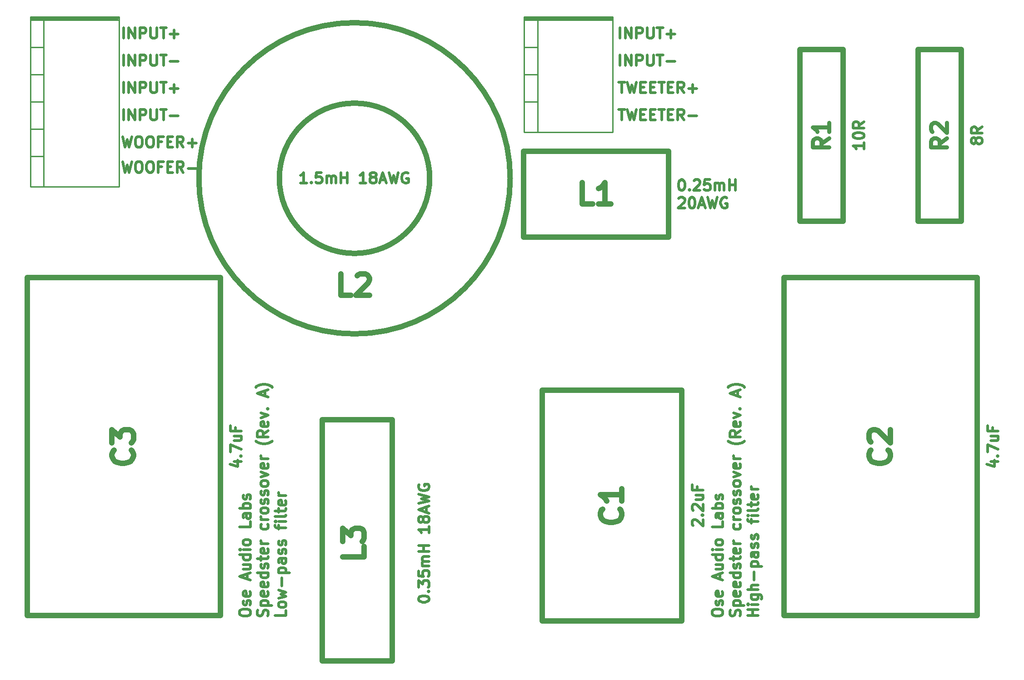
<source format=gto>
G04 #@! TF.FileFunction,Legend,Top*
%FSLAX46Y46*%
G04 Gerber Fmt 4.6, Leading zero omitted, Abs format (unit mm)*
G04 Created by KiCad (PCBNEW 4.0.0-stable) date Monday, December 28, 2015 'PMt' 03:33:22 PM*
%MOMM*%
G01*
G04 APERTURE LIST*
%ADD10C,0.100000*%
%ADD11C,0.500000*%
%ADD12C,1.000000*%
%ADD13C,0.250000*%
%ADD14C,0.150000*%
%ADD15C,0.750000*%
G04 APERTURE END LIST*
D10*
D11*
X172604762Y-144142857D02*
X172604762Y-143761905D01*
X172700000Y-143571429D01*
X172890476Y-143380952D01*
X173271429Y-143285714D01*
X173938095Y-143285714D01*
X174319048Y-143380952D01*
X174509524Y-143571429D01*
X174604762Y-143761905D01*
X174604762Y-144142857D01*
X174509524Y-144333333D01*
X174319048Y-144523810D01*
X173938095Y-144619048D01*
X173271429Y-144619048D01*
X172890476Y-144523810D01*
X172700000Y-144333333D01*
X172604762Y-144142857D01*
X174509524Y-142523810D02*
X174604762Y-142333333D01*
X174604762Y-141952381D01*
X174509524Y-141761905D01*
X174319048Y-141666667D01*
X174223810Y-141666667D01*
X174033333Y-141761905D01*
X173938095Y-141952381D01*
X173938095Y-142238095D01*
X173842857Y-142428572D01*
X173652381Y-142523810D01*
X173557143Y-142523810D01*
X173366667Y-142428572D01*
X173271429Y-142238095D01*
X173271429Y-141952381D01*
X173366667Y-141761905D01*
X174509524Y-140047619D02*
X174604762Y-140238095D01*
X174604762Y-140619047D01*
X174509524Y-140809524D01*
X174319048Y-140904762D01*
X173557143Y-140904762D01*
X173366667Y-140809524D01*
X173271429Y-140619047D01*
X173271429Y-140238095D01*
X173366667Y-140047619D01*
X173557143Y-139952381D01*
X173747619Y-139952381D01*
X173938095Y-140904762D01*
X174033333Y-137666666D02*
X174033333Y-136714285D01*
X174604762Y-137857142D02*
X172604762Y-137190475D01*
X174604762Y-136523808D01*
X173271429Y-134999999D02*
X174604762Y-134999999D01*
X173271429Y-135857142D02*
X174319048Y-135857142D01*
X174509524Y-135761903D01*
X174604762Y-135571427D01*
X174604762Y-135285713D01*
X174509524Y-135095237D01*
X174414286Y-134999999D01*
X174604762Y-133190475D02*
X172604762Y-133190475D01*
X174509524Y-133190475D02*
X174604762Y-133380951D01*
X174604762Y-133761903D01*
X174509524Y-133952379D01*
X174414286Y-134047618D01*
X174223810Y-134142856D01*
X173652381Y-134142856D01*
X173461905Y-134047618D01*
X173366667Y-133952379D01*
X173271429Y-133761903D01*
X173271429Y-133380951D01*
X173366667Y-133190475D01*
X174604762Y-132238094D02*
X173271429Y-132238094D01*
X172604762Y-132238094D02*
X172700000Y-132333332D01*
X172795238Y-132238094D01*
X172700000Y-132142855D01*
X172604762Y-132238094D01*
X172795238Y-132238094D01*
X174604762Y-130999998D02*
X174509524Y-131190474D01*
X174414286Y-131285713D01*
X174223810Y-131380951D01*
X173652381Y-131380951D01*
X173461905Y-131285713D01*
X173366667Y-131190474D01*
X173271429Y-130999998D01*
X173271429Y-130714284D01*
X173366667Y-130523808D01*
X173461905Y-130428570D01*
X173652381Y-130333332D01*
X174223810Y-130333332D01*
X174414286Y-130428570D01*
X174509524Y-130523808D01*
X174604762Y-130714284D01*
X174604762Y-130999998D01*
X174604762Y-126999998D02*
X174604762Y-127952379D01*
X172604762Y-127952379D01*
X174604762Y-125476188D02*
X173557143Y-125476188D01*
X173366667Y-125571426D01*
X173271429Y-125761902D01*
X173271429Y-126142854D01*
X173366667Y-126333331D01*
X174509524Y-125476188D02*
X174604762Y-125666664D01*
X174604762Y-126142854D01*
X174509524Y-126333331D01*
X174319048Y-126428569D01*
X174128571Y-126428569D01*
X173938095Y-126333331D01*
X173842857Y-126142854D01*
X173842857Y-125666664D01*
X173747619Y-125476188D01*
X174604762Y-124523807D02*
X172604762Y-124523807D01*
X173366667Y-124523807D02*
X173271429Y-124333330D01*
X173271429Y-123952378D01*
X173366667Y-123761902D01*
X173461905Y-123666664D01*
X173652381Y-123571426D01*
X174223810Y-123571426D01*
X174414286Y-123666664D01*
X174509524Y-123761902D01*
X174604762Y-123952378D01*
X174604762Y-124333330D01*
X174509524Y-124523807D01*
X174509524Y-122809521D02*
X174604762Y-122619044D01*
X174604762Y-122238092D01*
X174509524Y-122047616D01*
X174319048Y-121952378D01*
X174223810Y-121952378D01*
X174033333Y-122047616D01*
X173938095Y-122238092D01*
X173938095Y-122523806D01*
X173842857Y-122714283D01*
X173652381Y-122809521D01*
X173557143Y-122809521D01*
X173366667Y-122714283D01*
X173271429Y-122523806D01*
X173271429Y-122238092D01*
X173366667Y-122047616D01*
X177809524Y-144619048D02*
X177904762Y-144333333D01*
X177904762Y-143857143D01*
X177809524Y-143666667D01*
X177714286Y-143571429D01*
X177523810Y-143476190D01*
X177333333Y-143476190D01*
X177142857Y-143571429D01*
X177047619Y-143666667D01*
X176952381Y-143857143D01*
X176857143Y-144238095D01*
X176761905Y-144428571D01*
X176666667Y-144523810D01*
X176476190Y-144619048D01*
X176285714Y-144619048D01*
X176095238Y-144523810D01*
X176000000Y-144428571D01*
X175904762Y-144238095D01*
X175904762Y-143761905D01*
X176000000Y-143476190D01*
X176571429Y-142619048D02*
X178571429Y-142619048D01*
X176666667Y-142619048D02*
X176571429Y-142428571D01*
X176571429Y-142047619D01*
X176666667Y-141857143D01*
X176761905Y-141761905D01*
X176952381Y-141666667D01*
X177523810Y-141666667D01*
X177714286Y-141761905D01*
X177809524Y-141857143D01*
X177904762Y-142047619D01*
X177904762Y-142428571D01*
X177809524Y-142619048D01*
X177809524Y-140047619D02*
X177904762Y-140238095D01*
X177904762Y-140619047D01*
X177809524Y-140809524D01*
X177619048Y-140904762D01*
X176857143Y-140904762D01*
X176666667Y-140809524D01*
X176571429Y-140619047D01*
X176571429Y-140238095D01*
X176666667Y-140047619D01*
X176857143Y-139952381D01*
X177047619Y-139952381D01*
X177238095Y-140904762D01*
X177809524Y-138333333D02*
X177904762Y-138523809D01*
X177904762Y-138904761D01*
X177809524Y-139095238D01*
X177619048Y-139190476D01*
X176857143Y-139190476D01*
X176666667Y-139095238D01*
X176571429Y-138904761D01*
X176571429Y-138523809D01*
X176666667Y-138333333D01*
X176857143Y-138238095D01*
X177047619Y-138238095D01*
X177238095Y-139190476D01*
X177904762Y-136523809D02*
X175904762Y-136523809D01*
X177809524Y-136523809D02*
X177904762Y-136714285D01*
X177904762Y-137095237D01*
X177809524Y-137285713D01*
X177714286Y-137380952D01*
X177523810Y-137476190D01*
X176952381Y-137476190D01*
X176761905Y-137380952D01*
X176666667Y-137285713D01*
X176571429Y-137095237D01*
X176571429Y-136714285D01*
X176666667Y-136523809D01*
X177809524Y-135666666D02*
X177904762Y-135476189D01*
X177904762Y-135095237D01*
X177809524Y-134904761D01*
X177619048Y-134809523D01*
X177523810Y-134809523D01*
X177333333Y-134904761D01*
X177238095Y-135095237D01*
X177238095Y-135380951D01*
X177142857Y-135571428D01*
X176952381Y-135666666D01*
X176857143Y-135666666D01*
X176666667Y-135571428D01*
X176571429Y-135380951D01*
X176571429Y-135095237D01*
X176666667Y-134904761D01*
X176571429Y-134238094D02*
X176571429Y-133476189D01*
X175904762Y-133952380D02*
X177619048Y-133952380D01*
X177809524Y-133857141D01*
X177904762Y-133666665D01*
X177904762Y-133476189D01*
X177809524Y-132047618D02*
X177904762Y-132238094D01*
X177904762Y-132619046D01*
X177809524Y-132809523D01*
X177619048Y-132904761D01*
X176857143Y-132904761D01*
X176666667Y-132809523D01*
X176571429Y-132619046D01*
X176571429Y-132238094D01*
X176666667Y-132047618D01*
X176857143Y-131952380D01*
X177047619Y-131952380D01*
X177238095Y-132904761D01*
X177904762Y-131095237D02*
X176571429Y-131095237D01*
X176952381Y-131095237D02*
X176761905Y-130999998D01*
X176666667Y-130904760D01*
X176571429Y-130714284D01*
X176571429Y-130523808D01*
X177809524Y-127476189D02*
X177904762Y-127666665D01*
X177904762Y-128047617D01*
X177809524Y-128238093D01*
X177714286Y-128333332D01*
X177523810Y-128428570D01*
X176952381Y-128428570D01*
X176761905Y-128333332D01*
X176666667Y-128238093D01*
X176571429Y-128047617D01*
X176571429Y-127666665D01*
X176666667Y-127476189D01*
X177904762Y-126619046D02*
X176571429Y-126619046D01*
X176952381Y-126619046D02*
X176761905Y-126523807D01*
X176666667Y-126428569D01*
X176571429Y-126238093D01*
X176571429Y-126047617D01*
X177904762Y-125095236D02*
X177809524Y-125285712D01*
X177714286Y-125380951D01*
X177523810Y-125476189D01*
X176952381Y-125476189D01*
X176761905Y-125380951D01*
X176666667Y-125285712D01*
X176571429Y-125095236D01*
X176571429Y-124809522D01*
X176666667Y-124619046D01*
X176761905Y-124523808D01*
X176952381Y-124428570D01*
X177523810Y-124428570D01*
X177714286Y-124523808D01*
X177809524Y-124619046D01*
X177904762Y-124809522D01*
X177904762Y-125095236D01*
X177809524Y-123666665D02*
X177904762Y-123476188D01*
X177904762Y-123095236D01*
X177809524Y-122904760D01*
X177619048Y-122809522D01*
X177523810Y-122809522D01*
X177333333Y-122904760D01*
X177238095Y-123095236D01*
X177238095Y-123380950D01*
X177142857Y-123571427D01*
X176952381Y-123666665D01*
X176857143Y-123666665D01*
X176666667Y-123571427D01*
X176571429Y-123380950D01*
X176571429Y-123095236D01*
X176666667Y-122904760D01*
X177809524Y-122047617D02*
X177904762Y-121857140D01*
X177904762Y-121476188D01*
X177809524Y-121285712D01*
X177619048Y-121190474D01*
X177523810Y-121190474D01*
X177333333Y-121285712D01*
X177238095Y-121476188D01*
X177238095Y-121761902D01*
X177142857Y-121952379D01*
X176952381Y-122047617D01*
X176857143Y-122047617D01*
X176666667Y-121952379D01*
X176571429Y-121761902D01*
X176571429Y-121476188D01*
X176666667Y-121285712D01*
X177904762Y-120047616D02*
X177809524Y-120238092D01*
X177714286Y-120333331D01*
X177523810Y-120428569D01*
X176952381Y-120428569D01*
X176761905Y-120333331D01*
X176666667Y-120238092D01*
X176571429Y-120047616D01*
X176571429Y-119761902D01*
X176666667Y-119571426D01*
X176761905Y-119476188D01*
X176952381Y-119380950D01*
X177523810Y-119380950D01*
X177714286Y-119476188D01*
X177809524Y-119571426D01*
X177904762Y-119761902D01*
X177904762Y-120047616D01*
X176571429Y-118714283D02*
X177904762Y-118238092D01*
X176571429Y-117761902D01*
X177809524Y-116238092D02*
X177904762Y-116428568D01*
X177904762Y-116809520D01*
X177809524Y-116999997D01*
X177619048Y-117095235D01*
X176857143Y-117095235D01*
X176666667Y-116999997D01*
X176571429Y-116809520D01*
X176571429Y-116428568D01*
X176666667Y-116238092D01*
X176857143Y-116142854D01*
X177047619Y-116142854D01*
X177238095Y-117095235D01*
X177904762Y-115285711D02*
X176571429Y-115285711D01*
X176952381Y-115285711D02*
X176761905Y-115190472D01*
X176666667Y-115095234D01*
X176571429Y-114904758D01*
X176571429Y-114714282D01*
X178666667Y-111952377D02*
X178571429Y-112047615D01*
X178285714Y-112238091D01*
X178095238Y-112333329D01*
X177809524Y-112428567D01*
X177333333Y-112523806D01*
X176952381Y-112523806D01*
X176476190Y-112428567D01*
X176190476Y-112333329D01*
X176000000Y-112238091D01*
X175714286Y-112047615D01*
X175619048Y-111952377D01*
X177904762Y-110047615D02*
X176952381Y-110714282D01*
X177904762Y-111190473D02*
X175904762Y-111190473D01*
X175904762Y-110428568D01*
X176000000Y-110238092D01*
X176095238Y-110142853D01*
X176285714Y-110047615D01*
X176571429Y-110047615D01*
X176761905Y-110142853D01*
X176857143Y-110238092D01*
X176952381Y-110428568D01*
X176952381Y-111190473D01*
X177809524Y-108428568D02*
X177904762Y-108619044D01*
X177904762Y-108999996D01*
X177809524Y-109190473D01*
X177619048Y-109285711D01*
X176857143Y-109285711D01*
X176666667Y-109190473D01*
X176571429Y-108999996D01*
X176571429Y-108619044D01*
X176666667Y-108428568D01*
X176857143Y-108333330D01*
X177047619Y-108333330D01*
X177238095Y-109285711D01*
X176571429Y-107666663D02*
X177904762Y-107190472D01*
X176571429Y-106714282D01*
X177714286Y-105952377D02*
X177809524Y-105857138D01*
X177904762Y-105952377D01*
X177809524Y-106047615D01*
X177714286Y-105952377D01*
X177904762Y-105952377D01*
X177333333Y-103571424D02*
X177333333Y-102619043D01*
X177904762Y-103761900D02*
X175904762Y-103095233D01*
X177904762Y-102428566D01*
X178666667Y-101952376D02*
X178571429Y-101857138D01*
X178285714Y-101666661D01*
X178095238Y-101571423D01*
X177809524Y-101476185D01*
X177333333Y-101380947D01*
X176952381Y-101380947D01*
X176476190Y-101476185D01*
X176190476Y-101571423D01*
X176000000Y-101666661D01*
X175714286Y-101857138D01*
X175619048Y-101952376D01*
X181204762Y-144523810D02*
X179204762Y-144523810D01*
X180157143Y-144523810D02*
X180157143Y-143380952D01*
X181204762Y-143380952D02*
X179204762Y-143380952D01*
X181204762Y-142428572D02*
X179871429Y-142428572D01*
X179204762Y-142428572D02*
X179300000Y-142523810D01*
X179395238Y-142428572D01*
X179300000Y-142333333D01*
X179204762Y-142428572D01*
X179395238Y-142428572D01*
X179871429Y-140619048D02*
X181490476Y-140619048D01*
X181680952Y-140714286D01*
X181776190Y-140809524D01*
X181871429Y-141000000D01*
X181871429Y-141285714D01*
X181776190Y-141476191D01*
X181109524Y-140619048D02*
X181204762Y-140809524D01*
X181204762Y-141190476D01*
X181109524Y-141380952D01*
X181014286Y-141476191D01*
X180823810Y-141571429D01*
X180252381Y-141571429D01*
X180061905Y-141476191D01*
X179966667Y-141380952D01*
X179871429Y-141190476D01*
X179871429Y-140809524D01*
X179966667Y-140619048D01*
X181204762Y-139666667D02*
X179204762Y-139666667D01*
X181204762Y-138809524D02*
X180157143Y-138809524D01*
X179966667Y-138904762D01*
X179871429Y-139095238D01*
X179871429Y-139380952D01*
X179966667Y-139571428D01*
X180061905Y-139666667D01*
X180442857Y-137857143D02*
X180442857Y-136333333D01*
X179871429Y-135380953D02*
X181871429Y-135380953D01*
X179966667Y-135380953D02*
X179871429Y-135190476D01*
X179871429Y-134809524D01*
X179966667Y-134619048D01*
X180061905Y-134523810D01*
X180252381Y-134428572D01*
X180823810Y-134428572D01*
X181014286Y-134523810D01*
X181109524Y-134619048D01*
X181204762Y-134809524D01*
X181204762Y-135190476D01*
X181109524Y-135380953D01*
X181204762Y-132714286D02*
X180157143Y-132714286D01*
X179966667Y-132809524D01*
X179871429Y-133000000D01*
X179871429Y-133380952D01*
X179966667Y-133571429D01*
X181109524Y-132714286D02*
X181204762Y-132904762D01*
X181204762Y-133380952D01*
X181109524Y-133571429D01*
X180919048Y-133666667D01*
X180728571Y-133666667D01*
X180538095Y-133571429D01*
X180442857Y-133380952D01*
X180442857Y-132904762D01*
X180347619Y-132714286D01*
X181109524Y-131857143D02*
X181204762Y-131666666D01*
X181204762Y-131285714D01*
X181109524Y-131095238D01*
X180919048Y-131000000D01*
X180823810Y-131000000D01*
X180633333Y-131095238D01*
X180538095Y-131285714D01*
X180538095Y-131571428D01*
X180442857Y-131761905D01*
X180252381Y-131857143D01*
X180157143Y-131857143D01*
X179966667Y-131761905D01*
X179871429Y-131571428D01*
X179871429Y-131285714D01*
X179966667Y-131095238D01*
X181109524Y-130238095D02*
X181204762Y-130047618D01*
X181204762Y-129666666D01*
X181109524Y-129476190D01*
X180919048Y-129380952D01*
X180823810Y-129380952D01*
X180633333Y-129476190D01*
X180538095Y-129666666D01*
X180538095Y-129952380D01*
X180442857Y-130142857D01*
X180252381Y-130238095D01*
X180157143Y-130238095D01*
X179966667Y-130142857D01*
X179871429Y-129952380D01*
X179871429Y-129666666D01*
X179966667Y-129476190D01*
X179871429Y-127285713D02*
X179871429Y-126523808D01*
X181204762Y-126999999D02*
X179490476Y-126999999D01*
X179300000Y-126904760D01*
X179204762Y-126714284D01*
X179204762Y-126523808D01*
X181204762Y-125857142D02*
X179871429Y-125857142D01*
X179204762Y-125857142D02*
X179300000Y-125952380D01*
X179395238Y-125857142D01*
X179300000Y-125761903D01*
X179204762Y-125857142D01*
X179395238Y-125857142D01*
X181204762Y-124619046D02*
X181109524Y-124809522D01*
X180919048Y-124904761D01*
X179204762Y-124904761D01*
X179871429Y-124142856D02*
X179871429Y-123380951D01*
X179204762Y-123857142D02*
X180919048Y-123857142D01*
X181109524Y-123761903D01*
X181204762Y-123571427D01*
X181204762Y-123380951D01*
X181109524Y-121952380D02*
X181204762Y-122142856D01*
X181204762Y-122523808D01*
X181109524Y-122714285D01*
X180919048Y-122809523D01*
X180157143Y-122809523D01*
X179966667Y-122714285D01*
X179871429Y-122523808D01*
X179871429Y-122142856D01*
X179966667Y-121952380D01*
X180157143Y-121857142D01*
X180347619Y-121857142D01*
X180538095Y-122809523D01*
X181204762Y-120999999D02*
X179871429Y-120999999D01*
X180252381Y-120999999D02*
X180061905Y-120904760D01*
X179966667Y-120809522D01*
X179871429Y-120619046D01*
X179871429Y-120428570D01*
X84604762Y-144142857D02*
X84604762Y-143761905D01*
X84700000Y-143571429D01*
X84890476Y-143380952D01*
X85271429Y-143285714D01*
X85938095Y-143285714D01*
X86319048Y-143380952D01*
X86509524Y-143571429D01*
X86604762Y-143761905D01*
X86604762Y-144142857D01*
X86509524Y-144333333D01*
X86319048Y-144523810D01*
X85938095Y-144619048D01*
X85271429Y-144619048D01*
X84890476Y-144523810D01*
X84700000Y-144333333D01*
X84604762Y-144142857D01*
X86509524Y-142523810D02*
X86604762Y-142333333D01*
X86604762Y-141952381D01*
X86509524Y-141761905D01*
X86319048Y-141666667D01*
X86223810Y-141666667D01*
X86033333Y-141761905D01*
X85938095Y-141952381D01*
X85938095Y-142238095D01*
X85842857Y-142428572D01*
X85652381Y-142523810D01*
X85557143Y-142523810D01*
X85366667Y-142428572D01*
X85271429Y-142238095D01*
X85271429Y-141952381D01*
X85366667Y-141761905D01*
X86509524Y-140047619D02*
X86604762Y-140238095D01*
X86604762Y-140619047D01*
X86509524Y-140809524D01*
X86319048Y-140904762D01*
X85557143Y-140904762D01*
X85366667Y-140809524D01*
X85271429Y-140619047D01*
X85271429Y-140238095D01*
X85366667Y-140047619D01*
X85557143Y-139952381D01*
X85747619Y-139952381D01*
X85938095Y-140904762D01*
X86033333Y-137666666D02*
X86033333Y-136714285D01*
X86604762Y-137857142D02*
X84604762Y-137190475D01*
X86604762Y-136523808D01*
X85271429Y-134999999D02*
X86604762Y-134999999D01*
X85271429Y-135857142D02*
X86319048Y-135857142D01*
X86509524Y-135761903D01*
X86604762Y-135571427D01*
X86604762Y-135285713D01*
X86509524Y-135095237D01*
X86414286Y-134999999D01*
X86604762Y-133190475D02*
X84604762Y-133190475D01*
X86509524Y-133190475D02*
X86604762Y-133380951D01*
X86604762Y-133761903D01*
X86509524Y-133952379D01*
X86414286Y-134047618D01*
X86223810Y-134142856D01*
X85652381Y-134142856D01*
X85461905Y-134047618D01*
X85366667Y-133952379D01*
X85271429Y-133761903D01*
X85271429Y-133380951D01*
X85366667Y-133190475D01*
X86604762Y-132238094D02*
X85271429Y-132238094D01*
X84604762Y-132238094D02*
X84700000Y-132333332D01*
X84795238Y-132238094D01*
X84700000Y-132142855D01*
X84604762Y-132238094D01*
X84795238Y-132238094D01*
X86604762Y-130999998D02*
X86509524Y-131190474D01*
X86414286Y-131285713D01*
X86223810Y-131380951D01*
X85652381Y-131380951D01*
X85461905Y-131285713D01*
X85366667Y-131190474D01*
X85271429Y-130999998D01*
X85271429Y-130714284D01*
X85366667Y-130523808D01*
X85461905Y-130428570D01*
X85652381Y-130333332D01*
X86223810Y-130333332D01*
X86414286Y-130428570D01*
X86509524Y-130523808D01*
X86604762Y-130714284D01*
X86604762Y-130999998D01*
X86604762Y-126999998D02*
X86604762Y-127952379D01*
X84604762Y-127952379D01*
X86604762Y-125476188D02*
X85557143Y-125476188D01*
X85366667Y-125571426D01*
X85271429Y-125761902D01*
X85271429Y-126142854D01*
X85366667Y-126333331D01*
X86509524Y-125476188D02*
X86604762Y-125666664D01*
X86604762Y-126142854D01*
X86509524Y-126333331D01*
X86319048Y-126428569D01*
X86128571Y-126428569D01*
X85938095Y-126333331D01*
X85842857Y-126142854D01*
X85842857Y-125666664D01*
X85747619Y-125476188D01*
X86604762Y-124523807D02*
X84604762Y-124523807D01*
X85366667Y-124523807D02*
X85271429Y-124333330D01*
X85271429Y-123952378D01*
X85366667Y-123761902D01*
X85461905Y-123666664D01*
X85652381Y-123571426D01*
X86223810Y-123571426D01*
X86414286Y-123666664D01*
X86509524Y-123761902D01*
X86604762Y-123952378D01*
X86604762Y-124333330D01*
X86509524Y-124523807D01*
X86509524Y-122809521D02*
X86604762Y-122619044D01*
X86604762Y-122238092D01*
X86509524Y-122047616D01*
X86319048Y-121952378D01*
X86223810Y-121952378D01*
X86033333Y-122047616D01*
X85938095Y-122238092D01*
X85938095Y-122523806D01*
X85842857Y-122714283D01*
X85652381Y-122809521D01*
X85557143Y-122809521D01*
X85366667Y-122714283D01*
X85271429Y-122523806D01*
X85271429Y-122238092D01*
X85366667Y-122047616D01*
X89809524Y-144619048D02*
X89904762Y-144333333D01*
X89904762Y-143857143D01*
X89809524Y-143666667D01*
X89714286Y-143571429D01*
X89523810Y-143476190D01*
X89333333Y-143476190D01*
X89142857Y-143571429D01*
X89047619Y-143666667D01*
X88952381Y-143857143D01*
X88857143Y-144238095D01*
X88761905Y-144428571D01*
X88666667Y-144523810D01*
X88476190Y-144619048D01*
X88285714Y-144619048D01*
X88095238Y-144523810D01*
X88000000Y-144428571D01*
X87904762Y-144238095D01*
X87904762Y-143761905D01*
X88000000Y-143476190D01*
X88571429Y-142619048D02*
X90571429Y-142619048D01*
X88666667Y-142619048D02*
X88571429Y-142428571D01*
X88571429Y-142047619D01*
X88666667Y-141857143D01*
X88761905Y-141761905D01*
X88952381Y-141666667D01*
X89523810Y-141666667D01*
X89714286Y-141761905D01*
X89809524Y-141857143D01*
X89904762Y-142047619D01*
X89904762Y-142428571D01*
X89809524Y-142619048D01*
X89809524Y-140047619D02*
X89904762Y-140238095D01*
X89904762Y-140619047D01*
X89809524Y-140809524D01*
X89619048Y-140904762D01*
X88857143Y-140904762D01*
X88666667Y-140809524D01*
X88571429Y-140619047D01*
X88571429Y-140238095D01*
X88666667Y-140047619D01*
X88857143Y-139952381D01*
X89047619Y-139952381D01*
X89238095Y-140904762D01*
X89809524Y-138333333D02*
X89904762Y-138523809D01*
X89904762Y-138904761D01*
X89809524Y-139095238D01*
X89619048Y-139190476D01*
X88857143Y-139190476D01*
X88666667Y-139095238D01*
X88571429Y-138904761D01*
X88571429Y-138523809D01*
X88666667Y-138333333D01*
X88857143Y-138238095D01*
X89047619Y-138238095D01*
X89238095Y-139190476D01*
X89904762Y-136523809D02*
X87904762Y-136523809D01*
X89809524Y-136523809D02*
X89904762Y-136714285D01*
X89904762Y-137095237D01*
X89809524Y-137285713D01*
X89714286Y-137380952D01*
X89523810Y-137476190D01*
X88952381Y-137476190D01*
X88761905Y-137380952D01*
X88666667Y-137285713D01*
X88571429Y-137095237D01*
X88571429Y-136714285D01*
X88666667Y-136523809D01*
X89809524Y-135666666D02*
X89904762Y-135476189D01*
X89904762Y-135095237D01*
X89809524Y-134904761D01*
X89619048Y-134809523D01*
X89523810Y-134809523D01*
X89333333Y-134904761D01*
X89238095Y-135095237D01*
X89238095Y-135380951D01*
X89142857Y-135571428D01*
X88952381Y-135666666D01*
X88857143Y-135666666D01*
X88666667Y-135571428D01*
X88571429Y-135380951D01*
X88571429Y-135095237D01*
X88666667Y-134904761D01*
X88571429Y-134238094D02*
X88571429Y-133476189D01*
X87904762Y-133952380D02*
X89619048Y-133952380D01*
X89809524Y-133857141D01*
X89904762Y-133666665D01*
X89904762Y-133476189D01*
X89809524Y-132047618D02*
X89904762Y-132238094D01*
X89904762Y-132619046D01*
X89809524Y-132809523D01*
X89619048Y-132904761D01*
X88857143Y-132904761D01*
X88666667Y-132809523D01*
X88571429Y-132619046D01*
X88571429Y-132238094D01*
X88666667Y-132047618D01*
X88857143Y-131952380D01*
X89047619Y-131952380D01*
X89238095Y-132904761D01*
X89904762Y-131095237D02*
X88571429Y-131095237D01*
X88952381Y-131095237D02*
X88761905Y-130999998D01*
X88666667Y-130904760D01*
X88571429Y-130714284D01*
X88571429Y-130523808D01*
X89809524Y-127476189D02*
X89904762Y-127666665D01*
X89904762Y-128047617D01*
X89809524Y-128238093D01*
X89714286Y-128333332D01*
X89523810Y-128428570D01*
X88952381Y-128428570D01*
X88761905Y-128333332D01*
X88666667Y-128238093D01*
X88571429Y-128047617D01*
X88571429Y-127666665D01*
X88666667Y-127476189D01*
X89904762Y-126619046D02*
X88571429Y-126619046D01*
X88952381Y-126619046D02*
X88761905Y-126523807D01*
X88666667Y-126428569D01*
X88571429Y-126238093D01*
X88571429Y-126047617D01*
X89904762Y-125095236D02*
X89809524Y-125285712D01*
X89714286Y-125380951D01*
X89523810Y-125476189D01*
X88952381Y-125476189D01*
X88761905Y-125380951D01*
X88666667Y-125285712D01*
X88571429Y-125095236D01*
X88571429Y-124809522D01*
X88666667Y-124619046D01*
X88761905Y-124523808D01*
X88952381Y-124428570D01*
X89523810Y-124428570D01*
X89714286Y-124523808D01*
X89809524Y-124619046D01*
X89904762Y-124809522D01*
X89904762Y-125095236D01*
X89809524Y-123666665D02*
X89904762Y-123476188D01*
X89904762Y-123095236D01*
X89809524Y-122904760D01*
X89619048Y-122809522D01*
X89523810Y-122809522D01*
X89333333Y-122904760D01*
X89238095Y-123095236D01*
X89238095Y-123380950D01*
X89142857Y-123571427D01*
X88952381Y-123666665D01*
X88857143Y-123666665D01*
X88666667Y-123571427D01*
X88571429Y-123380950D01*
X88571429Y-123095236D01*
X88666667Y-122904760D01*
X89809524Y-122047617D02*
X89904762Y-121857140D01*
X89904762Y-121476188D01*
X89809524Y-121285712D01*
X89619048Y-121190474D01*
X89523810Y-121190474D01*
X89333333Y-121285712D01*
X89238095Y-121476188D01*
X89238095Y-121761902D01*
X89142857Y-121952379D01*
X88952381Y-122047617D01*
X88857143Y-122047617D01*
X88666667Y-121952379D01*
X88571429Y-121761902D01*
X88571429Y-121476188D01*
X88666667Y-121285712D01*
X89904762Y-120047616D02*
X89809524Y-120238092D01*
X89714286Y-120333331D01*
X89523810Y-120428569D01*
X88952381Y-120428569D01*
X88761905Y-120333331D01*
X88666667Y-120238092D01*
X88571429Y-120047616D01*
X88571429Y-119761902D01*
X88666667Y-119571426D01*
X88761905Y-119476188D01*
X88952381Y-119380950D01*
X89523810Y-119380950D01*
X89714286Y-119476188D01*
X89809524Y-119571426D01*
X89904762Y-119761902D01*
X89904762Y-120047616D01*
X88571429Y-118714283D02*
X89904762Y-118238092D01*
X88571429Y-117761902D01*
X89809524Y-116238092D02*
X89904762Y-116428568D01*
X89904762Y-116809520D01*
X89809524Y-116999997D01*
X89619048Y-117095235D01*
X88857143Y-117095235D01*
X88666667Y-116999997D01*
X88571429Y-116809520D01*
X88571429Y-116428568D01*
X88666667Y-116238092D01*
X88857143Y-116142854D01*
X89047619Y-116142854D01*
X89238095Y-117095235D01*
X89904762Y-115285711D02*
X88571429Y-115285711D01*
X88952381Y-115285711D02*
X88761905Y-115190472D01*
X88666667Y-115095234D01*
X88571429Y-114904758D01*
X88571429Y-114714282D01*
X90666667Y-111952377D02*
X90571429Y-112047615D01*
X90285714Y-112238091D01*
X90095238Y-112333329D01*
X89809524Y-112428567D01*
X89333333Y-112523806D01*
X88952381Y-112523806D01*
X88476190Y-112428567D01*
X88190476Y-112333329D01*
X88000000Y-112238091D01*
X87714286Y-112047615D01*
X87619048Y-111952377D01*
X89904762Y-110047615D02*
X88952381Y-110714282D01*
X89904762Y-111190473D02*
X87904762Y-111190473D01*
X87904762Y-110428568D01*
X88000000Y-110238092D01*
X88095238Y-110142853D01*
X88285714Y-110047615D01*
X88571429Y-110047615D01*
X88761905Y-110142853D01*
X88857143Y-110238092D01*
X88952381Y-110428568D01*
X88952381Y-111190473D01*
X89809524Y-108428568D02*
X89904762Y-108619044D01*
X89904762Y-108999996D01*
X89809524Y-109190473D01*
X89619048Y-109285711D01*
X88857143Y-109285711D01*
X88666667Y-109190473D01*
X88571429Y-108999996D01*
X88571429Y-108619044D01*
X88666667Y-108428568D01*
X88857143Y-108333330D01*
X89047619Y-108333330D01*
X89238095Y-109285711D01*
X88571429Y-107666663D02*
X89904762Y-107190472D01*
X88571429Y-106714282D01*
X89714286Y-105952377D02*
X89809524Y-105857138D01*
X89904762Y-105952377D01*
X89809524Y-106047615D01*
X89714286Y-105952377D01*
X89904762Y-105952377D01*
X89333333Y-103571424D02*
X89333333Y-102619043D01*
X89904762Y-103761900D02*
X87904762Y-103095233D01*
X89904762Y-102428566D01*
X90666667Y-101952376D02*
X90571429Y-101857138D01*
X90285714Y-101666661D01*
X90095238Y-101571423D01*
X89809524Y-101476185D01*
X89333333Y-101380947D01*
X88952381Y-101380947D01*
X88476190Y-101476185D01*
X88190476Y-101571423D01*
X88000000Y-101666661D01*
X87714286Y-101857138D01*
X87619048Y-101952376D01*
X93204762Y-143571429D02*
X93204762Y-144523810D01*
X91204762Y-144523810D01*
X93204762Y-142619047D02*
X93109524Y-142809523D01*
X93014286Y-142904762D01*
X92823810Y-143000000D01*
X92252381Y-143000000D01*
X92061905Y-142904762D01*
X91966667Y-142809523D01*
X91871429Y-142619047D01*
X91871429Y-142333333D01*
X91966667Y-142142857D01*
X92061905Y-142047619D01*
X92252381Y-141952381D01*
X92823810Y-141952381D01*
X93014286Y-142047619D01*
X93109524Y-142142857D01*
X93204762Y-142333333D01*
X93204762Y-142619047D01*
X91871429Y-141285714D02*
X93204762Y-140904761D01*
X92252381Y-140523809D01*
X93204762Y-140142857D01*
X91871429Y-139761904D01*
X92442857Y-139000000D02*
X92442857Y-137476190D01*
X91871429Y-136523810D02*
X93871429Y-136523810D01*
X91966667Y-136523810D02*
X91871429Y-136333333D01*
X91871429Y-135952381D01*
X91966667Y-135761905D01*
X92061905Y-135666667D01*
X92252381Y-135571429D01*
X92823810Y-135571429D01*
X93014286Y-135666667D01*
X93109524Y-135761905D01*
X93204762Y-135952381D01*
X93204762Y-136333333D01*
X93109524Y-136523810D01*
X93204762Y-133857143D02*
X92157143Y-133857143D01*
X91966667Y-133952381D01*
X91871429Y-134142857D01*
X91871429Y-134523809D01*
X91966667Y-134714286D01*
X93109524Y-133857143D02*
X93204762Y-134047619D01*
X93204762Y-134523809D01*
X93109524Y-134714286D01*
X92919048Y-134809524D01*
X92728571Y-134809524D01*
X92538095Y-134714286D01*
X92442857Y-134523809D01*
X92442857Y-134047619D01*
X92347619Y-133857143D01*
X93109524Y-133000000D02*
X93204762Y-132809523D01*
X93204762Y-132428571D01*
X93109524Y-132238095D01*
X92919048Y-132142857D01*
X92823810Y-132142857D01*
X92633333Y-132238095D01*
X92538095Y-132428571D01*
X92538095Y-132714285D01*
X92442857Y-132904762D01*
X92252381Y-133000000D01*
X92157143Y-133000000D01*
X91966667Y-132904762D01*
X91871429Y-132714285D01*
X91871429Y-132428571D01*
X91966667Y-132238095D01*
X93109524Y-131380952D02*
X93204762Y-131190475D01*
X93204762Y-130809523D01*
X93109524Y-130619047D01*
X92919048Y-130523809D01*
X92823810Y-130523809D01*
X92633333Y-130619047D01*
X92538095Y-130809523D01*
X92538095Y-131095237D01*
X92442857Y-131285714D01*
X92252381Y-131380952D01*
X92157143Y-131380952D01*
X91966667Y-131285714D01*
X91871429Y-131095237D01*
X91871429Y-130809523D01*
X91966667Y-130619047D01*
X91871429Y-128428570D02*
X91871429Y-127666665D01*
X93204762Y-128142856D02*
X91490476Y-128142856D01*
X91300000Y-128047617D01*
X91204762Y-127857141D01*
X91204762Y-127666665D01*
X93204762Y-126999999D02*
X91871429Y-126999999D01*
X91204762Y-126999999D02*
X91300000Y-127095237D01*
X91395238Y-126999999D01*
X91300000Y-126904760D01*
X91204762Y-126999999D01*
X91395238Y-126999999D01*
X93204762Y-125761903D02*
X93109524Y-125952379D01*
X92919048Y-126047618D01*
X91204762Y-126047618D01*
X91871429Y-125285713D02*
X91871429Y-124523808D01*
X91204762Y-124999999D02*
X92919048Y-124999999D01*
X93109524Y-124904760D01*
X93204762Y-124714284D01*
X93204762Y-124523808D01*
X93109524Y-123095237D02*
X93204762Y-123285713D01*
X93204762Y-123666665D01*
X93109524Y-123857142D01*
X92919048Y-123952380D01*
X92157143Y-123952380D01*
X91966667Y-123857142D01*
X91871429Y-123666665D01*
X91871429Y-123285713D01*
X91966667Y-123095237D01*
X92157143Y-122999999D01*
X92347619Y-122999999D01*
X92538095Y-123952380D01*
X93204762Y-122142856D02*
X91871429Y-122142856D01*
X92252381Y-122142856D02*
X92061905Y-122047617D01*
X91966667Y-121952379D01*
X91871429Y-121761903D01*
X91871429Y-121571427D01*
X155190476Y-50144762D02*
X156333333Y-50144762D01*
X155761905Y-52144762D02*
X155761905Y-50144762D01*
X156809524Y-50144762D02*
X157285715Y-52144762D01*
X157666667Y-50716190D01*
X158047620Y-52144762D01*
X158523810Y-50144762D01*
X159285714Y-51097143D02*
X159952381Y-51097143D01*
X160238095Y-52144762D02*
X159285714Y-52144762D01*
X159285714Y-50144762D01*
X160238095Y-50144762D01*
X161095238Y-51097143D02*
X161761905Y-51097143D01*
X162047619Y-52144762D02*
X161095238Y-52144762D01*
X161095238Y-50144762D01*
X162047619Y-50144762D01*
X162619048Y-50144762D02*
X163761905Y-50144762D01*
X163190477Y-52144762D02*
X163190477Y-50144762D01*
X164428572Y-51097143D02*
X165095239Y-51097143D01*
X165380953Y-52144762D02*
X164428572Y-52144762D01*
X164428572Y-50144762D01*
X165380953Y-50144762D01*
X167380954Y-52144762D02*
X166714287Y-51192381D01*
X166238096Y-52144762D02*
X166238096Y-50144762D01*
X167000001Y-50144762D01*
X167190477Y-50240000D01*
X167285716Y-50335238D01*
X167380954Y-50525714D01*
X167380954Y-50811429D01*
X167285716Y-51001905D01*
X167190477Y-51097143D01*
X167000001Y-51192381D01*
X166238096Y-51192381D01*
X168238096Y-51382857D02*
X169761906Y-51382857D01*
X155190476Y-45064762D02*
X156333333Y-45064762D01*
X155761905Y-47064762D02*
X155761905Y-45064762D01*
X156809524Y-45064762D02*
X157285715Y-47064762D01*
X157666667Y-45636190D01*
X158047620Y-47064762D01*
X158523810Y-45064762D01*
X159285714Y-46017143D02*
X159952381Y-46017143D01*
X160238095Y-47064762D02*
X159285714Y-47064762D01*
X159285714Y-45064762D01*
X160238095Y-45064762D01*
X161095238Y-46017143D02*
X161761905Y-46017143D01*
X162047619Y-47064762D02*
X161095238Y-47064762D01*
X161095238Y-45064762D01*
X162047619Y-45064762D01*
X162619048Y-45064762D02*
X163761905Y-45064762D01*
X163190477Y-47064762D02*
X163190477Y-45064762D01*
X164428572Y-46017143D02*
X165095239Y-46017143D01*
X165380953Y-47064762D02*
X164428572Y-47064762D01*
X164428572Y-45064762D01*
X165380953Y-45064762D01*
X167380954Y-47064762D02*
X166714287Y-46112381D01*
X166238096Y-47064762D02*
X166238096Y-45064762D01*
X167000001Y-45064762D01*
X167190477Y-45160000D01*
X167285716Y-45255238D01*
X167380954Y-45445714D01*
X167380954Y-45731429D01*
X167285716Y-45921905D01*
X167190477Y-46017143D01*
X167000001Y-46112381D01*
X166238096Y-46112381D01*
X168238096Y-46302857D02*
X169761906Y-46302857D01*
X169000001Y-47064762D02*
X169000001Y-45540952D01*
X155476190Y-41984762D02*
X155476190Y-39984762D01*
X156428571Y-41984762D02*
X156428571Y-39984762D01*
X157571429Y-41984762D01*
X157571429Y-39984762D01*
X158523809Y-41984762D02*
X158523809Y-39984762D01*
X159285714Y-39984762D01*
X159476190Y-40080000D01*
X159571429Y-40175238D01*
X159666667Y-40365714D01*
X159666667Y-40651429D01*
X159571429Y-40841905D01*
X159476190Y-40937143D01*
X159285714Y-41032381D01*
X158523809Y-41032381D01*
X160523809Y-39984762D02*
X160523809Y-41603810D01*
X160619048Y-41794286D01*
X160714286Y-41889524D01*
X160904762Y-41984762D01*
X161285714Y-41984762D01*
X161476190Y-41889524D01*
X161571429Y-41794286D01*
X161666667Y-41603810D01*
X161666667Y-39984762D01*
X162333333Y-39984762D02*
X163476190Y-39984762D01*
X162904762Y-41984762D02*
X162904762Y-39984762D01*
X164142857Y-41222857D02*
X165666667Y-41222857D01*
X155476190Y-36904762D02*
X155476190Y-34904762D01*
X156428571Y-36904762D02*
X156428571Y-34904762D01*
X157571429Y-36904762D01*
X157571429Y-34904762D01*
X158523809Y-36904762D02*
X158523809Y-34904762D01*
X159285714Y-34904762D01*
X159476190Y-35000000D01*
X159571429Y-35095238D01*
X159666667Y-35285714D01*
X159666667Y-35571429D01*
X159571429Y-35761905D01*
X159476190Y-35857143D01*
X159285714Y-35952381D01*
X158523809Y-35952381D01*
X160523809Y-34904762D02*
X160523809Y-36523810D01*
X160619048Y-36714286D01*
X160714286Y-36809524D01*
X160904762Y-36904762D01*
X161285714Y-36904762D01*
X161476190Y-36809524D01*
X161571429Y-36714286D01*
X161666667Y-36523810D01*
X161666667Y-34904762D01*
X162333333Y-34904762D02*
X163476190Y-34904762D01*
X162904762Y-36904762D02*
X162904762Y-34904762D01*
X164142857Y-36142857D02*
X165666667Y-36142857D01*
X164904762Y-36904762D02*
X164904762Y-35380952D01*
X62785714Y-59904762D02*
X63261905Y-61904762D01*
X63642857Y-60476190D01*
X64023810Y-61904762D01*
X64500000Y-59904762D01*
X65642857Y-59904762D02*
X66023809Y-59904762D01*
X66214285Y-60000000D01*
X66404762Y-60190476D01*
X66500000Y-60571429D01*
X66500000Y-61238095D01*
X66404762Y-61619048D01*
X66214285Y-61809524D01*
X66023809Y-61904762D01*
X65642857Y-61904762D01*
X65452381Y-61809524D01*
X65261904Y-61619048D01*
X65166666Y-61238095D01*
X65166666Y-60571429D01*
X65261904Y-60190476D01*
X65452381Y-60000000D01*
X65642857Y-59904762D01*
X67738095Y-59904762D02*
X68119047Y-59904762D01*
X68309523Y-60000000D01*
X68500000Y-60190476D01*
X68595238Y-60571429D01*
X68595238Y-61238095D01*
X68500000Y-61619048D01*
X68309523Y-61809524D01*
X68119047Y-61904762D01*
X67738095Y-61904762D01*
X67547619Y-61809524D01*
X67357142Y-61619048D01*
X67261904Y-61238095D01*
X67261904Y-60571429D01*
X67357142Y-60190476D01*
X67547619Y-60000000D01*
X67738095Y-59904762D01*
X70119047Y-60857143D02*
X69452380Y-60857143D01*
X69452380Y-61904762D02*
X69452380Y-59904762D01*
X70404761Y-59904762D01*
X71166666Y-60857143D02*
X71833333Y-60857143D01*
X72119047Y-61904762D02*
X71166666Y-61904762D01*
X71166666Y-59904762D01*
X72119047Y-59904762D01*
X74119048Y-61904762D02*
X73452381Y-60952381D01*
X72976190Y-61904762D02*
X72976190Y-59904762D01*
X73738095Y-59904762D01*
X73928571Y-60000000D01*
X74023810Y-60095238D01*
X74119048Y-60285714D01*
X74119048Y-60571429D01*
X74023810Y-60761905D01*
X73928571Y-60857143D01*
X73738095Y-60952381D01*
X72976190Y-60952381D01*
X74976190Y-61142857D02*
X76500000Y-61142857D01*
X62785714Y-55224762D02*
X63261905Y-57224762D01*
X63642857Y-55796190D01*
X64023810Y-57224762D01*
X64500000Y-55224762D01*
X65642857Y-55224762D02*
X66023809Y-55224762D01*
X66214285Y-55320000D01*
X66404762Y-55510476D01*
X66500000Y-55891429D01*
X66500000Y-56558095D01*
X66404762Y-56939048D01*
X66214285Y-57129524D01*
X66023809Y-57224762D01*
X65642857Y-57224762D01*
X65452381Y-57129524D01*
X65261904Y-56939048D01*
X65166666Y-56558095D01*
X65166666Y-55891429D01*
X65261904Y-55510476D01*
X65452381Y-55320000D01*
X65642857Y-55224762D01*
X67738095Y-55224762D02*
X68119047Y-55224762D01*
X68309523Y-55320000D01*
X68500000Y-55510476D01*
X68595238Y-55891429D01*
X68595238Y-56558095D01*
X68500000Y-56939048D01*
X68309523Y-57129524D01*
X68119047Y-57224762D01*
X67738095Y-57224762D01*
X67547619Y-57129524D01*
X67357142Y-56939048D01*
X67261904Y-56558095D01*
X67261904Y-55891429D01*
X67357142Y-55510476D01*
X67547619Y-55320000D01*
X67738095Y-55224762D01*
X70119047Y-56177143D02*
X69452380Y-56177143D01*
X69452380Y-57224762D02*
X69452380Y-55224762D01*
X70404761Y-55224762D01*
X71166666Y-56177143D02*
X71833333Y-56177143D01*
X72119047Y-57224762D02*
X71166666Y-57224762D01*
X71166666Y-55224762D01*
X72119047Y-55224762D01*
X74119048Y-57224762D02*
X73452381Y-56272381D01*
X72976190Y-57224762D02*
X72976190Y-55224762D01*
X73738095Y-55224762D01*
X73928571Y-55320000D01*
X74023810Y-55415238D01*
X74119048Y-55605714D01*
X74119048Y-55891429D01*
X74023810Y-56081905D01*
X73928571Y-56177143D01*
X73738095Y-56272381D01*
X72976190Y-56272381D01*
X74976190Y-56462857D02*
X76500000Y-56462857D01*
X75738095Y-57224762D02*
X75738095Y-55700952D01*
X62976190Y-52144762D02*
X62976190Y-50144762D01*
X63928571Y-52144762D02*
X63928571Y-50144762D01*
X65071429Y-52144762D01*
X65071429Y-50144762D01*
X66023809Y-52144762D02*
X66023809Y-50144762D01*
X66785714Y-50144762D01*
X66976190Y-50240000D01*
X67071429Y-50335238D01*
X67166667Y-50525714D01*
X67166667Y-50811429D01*
X67071429Y-51001905D01*
X66976190Y-51097143D01*
X66785714Y-51192381D01*
X66023809Y-51192381D01*
X68023809Y-50144762D02*
X68023809Y-51763810D01*
X68119048Y-51954286D01*
X68214286Y-52049524D01*
X68404762Y-52144762D01*
X68785714Y-52144762D01*
X68976190Y-52049524D01*
X69071429Y-51954286D01*
X69166667Y-51763810D01*
X69166667Y-50144762D01*
X69833333Y-50144762D02*
X70976190Y-50144762D01*
X70404762Y-52144762D02*
X70404762Y-50144762D01*
X71642857Y-51382857D02*
X73166667Y-51382857D01*
X62976190Y-41984762D02*
X62976190Y-39984762D01*
X63928571Y-41984762D02*
X63928571Y-39984762D01*
X65071429Y-41984762D01*
X65071429Y-39984762D01*
X66023809Y-41984762D02*
X66023809Y-39984762D01*
X66785714Y-39984762D01*
X66976190Y-40080000D01*
X67071429Y-40175238D01*
X67166667Y-40365714D01*
X67166667Y-40651429D01*
X67071429Y-40841905D01*
X66976190Y-40937143D01*
X66785714Y-41032381D01*
X66023809Y-41032381D01*
X68023809Y-39984762D02*
X68023809Y-41603810D01*
X68119048Y-41794286D01*
X68214286Y-41889524D01*
X68404762Y-41984762D01*
X68785714Y-41984762D01*
X68976190Y-41889524D01*
X69071429Y-41794286D01*
X69166667Y-41603810D01*
X69166667Y-39984762D01*
X69833333Y-39984762D02*
X70976190Y-39984762D01*
X70404762Y-41984762D02*
X70404762Y-39984762D01*
X71642857Y-41222857D02*
X73166667Y-41222857D01*
X62976190Y-47064762D02*
X62976190Y-45064762D01*
X63928571Y-47064762D02*
X63928571Y-45064762D01*
X65071429Y-47064762D01*
X65071429Y-45064762D01*
X66023809Y-47064762D02*
X66023809Y-45064762D01*
X66785714Y-45064762D01*
X66976190Y-45160000D01*
X67071429Y-45255238D01*
X67166667Y-45445714D01*
X67166667Y-45731429D01*
X67071429Y-45921905D01*
X66976190Y-46017143D01*
X66785714Y-46112381D01*
X66023809Y-46112381D01*
X68023809Y-45064762D02*
X68023809Y-46683810D01*
X68119048Y-46874286D01*
X68214286Y-46969524D01*
X68404762Y-47064762D01*
X68785714Y-47064762D01*
X68976190Y-46969524D01*
X69071429Y-46874286D01*
X69166667Y-46683810D01*
X69166667Y-45064762D01*
X69833333Y-45064762D02*
X70976190Y-45064762D01*
X70404762Y-47064762D02*
X70404762Y-45064762D01*
X71642857Y-46302857D02*
X73166667Y-46302857D01*
X72404762Y-47064762D02*
X72404762Y-45540952D01*
X62976190Y-36904762D02*
X62976190Y-34904762D01*
X63928571Y-36904762D02*
X63928571Y-34904762D01*
X65071429Y-36904762D01*
X65071429Y-34904762D01*
X66023809Y-36904762D02*
X66023809Y-34904762D01*
X66785714Y-34904762D01*
X66976190Y-35000000D01*
X67071429Y-35095238D01*
X67166667Y-35285714D01*
X67166667Y-35571429D01*
X67071429Y-35761905D01*
X66976190Y-35857143D01*
X66785714Y-35952381D01*
X66023809Y-35952381D01*
X68023809Y-34904762D02*
X68023809Y-36523810D01*
X68119048Y-36714286D01*
X68214286Y-36809524D01*
X68404762Y-36904762D01*
X68785714Y-36904762D01*
X68976190Y-36809524D01*
X69071429Y-36714286D01*
X69166667Y-36523810D01*
X69166667Y-34904762D01*
X69833333Y-34904762D02*
X70976190Y-34904762D01*
X70404762Y-36904762D02*
X70404762Y-34904762D01*
X71642857Y-36142857D02*
X73166667Y-36142857D01*
X72404762Y-36904762D02*
X72404762Y-35380952D01*
X166857143Y-63254762D02*
X167047619Y-63254762D01*
X167238095Y-63350000D01*
X167333333Y-63445238D01*
X167428571Y-63635714D01*
X167523810Y-64016667D01*
X167523810Y-64492857D01*
X167428571Y-64873810D01*
X167333333Y-65064286D01*
X167238095Y-65159524D01*
X167047619Y-65254762D01*
X166857143Y-65254762D01*
X166666667Y-65159524D01*
X166571429Y-65064286D01*
X166476190Y-64873810D01*
X166380952Y-64492857D01*
X166380952Y-64016667D01*
X166476190Y-63635714D01*
X166571429Y-63445238D01*
X166666667Y-63350000D01*
X166857143Y-63254762D01*
X168380952Y-65064286D02*
X168476191Y-65159524D01*
X168380952Y-65254762D01*
X168285714Y-65159524D01*
X168380952Y-65064286D01*
X168380952Y-65254762D01*
X169238095Y-63445238D02*
X169333333Y-63350000D01*
X169523810Y-63254762D01*
X170000000Y-63254762D01*
X170190476Y-63350000D01*
X170285714Y-63445238D01*
X170380953Y-63635714D01*
X170380953Y-63826190D01*
X170285714Y-64111905D01*
X169142857Y-65254762D01*
X170380953Y-65254762D01*
X172190476Y-63254762D02*
X171238095Y-63254762D01*
X171142857Y-64207143D01*
X171238095Y-64111905D01*
X171428572Y-64016667D01*
X171904762Y-64016667D01*
X172095238Y-64111905D01*
X172190476Y-64207143D01*
X172285715Y-64397619D01*
X172285715Y-64873810D01*
X172190476Y-65064286D01*
X172095238Y-65159524D01*
X171904762Y-65254762D01*
X171428572Y-65254762D01*
X171238095Y-65159524D01*
X171142857Y-65064286D01*
X173142857Y-65254762D02*
X173142857Y-63921429D01*
X173142857Y-64111905D02*
X173238096Y-64016667D01*
X173428572Y-63921429D01*
X173714286Y-63921429D01*
X173904762Y-64016667D01*
X174000000Y-64207143D01*
X174000000Y-65254762D01*
X174000000Y-64207143D02*
X174095238Y-64016667D01*
X174285715Y-63921429D01*
X174571429Y-63921429D01*
X174761905Y-64016667D01*
X174857143Y-64207143D01*
X174857143Y-65254762D01*
X175809524Y-65254762D02*
X175809524Y-63254762D01*
X175809524Y-64207143D02*
X176952382Y-64207143D01*
X176952382Y-65254762D02*
X176952382Y-63254762D01*
X166380952Y-66745238D02*
X166476190Y-66650000D01*
X166666667Y-66554762D01*
X167142857Y-66554762D01*
X167333333Y-66650000D01*
X167428571Y-66745238D01*
X167523810Y-66935714D01*
X167523810Y-67126190D01*
X167428571Y-67411905D01*
X166285714Y-68554762D01*
X167523810Y-68554762D01*
X168761905Y-66554762D02*
X168952381Y-66554762D01*
X169142857Y-66650000D01*
X169238095Y-66745238D01*
X169333333Y-66935714D01*
X169428572Y-67316667D01*
X169428572Y-67792857D01*
X169333333Y-68173810D01*
X169238095Y-68364286D01*
X169142857Y-68459524D01*
X168952381Y-68554762D01*
X168761905Y-68554762D01*
X168571429Y-68459524D01*
X168476191Y-68364286D01*
X168380952Y-68173810D01*
X168285714Y-67792857D01*
X168285714Y-67316667D01*
X168380952Y-66935714D01*
X168476191Y-66745238D01*
X168571429Y-66650000D01*
X168761905Y-66554762D01*
X170190476Y-67983333D02*
X171142857Y-67983333D01*
X170000000Y-68554762D02*
X170666667Y-66554762D01*
X171333334Y-68554762D01*
X171809524Y-66554762D02*
X172285715Y-68554762D01*
X172666667Y-67126190D01*
X173047620Y-68554762D01*
X173523810Y-66554762D01*
X175333334Y-66650000D02*
X175142857Y-66554762D01*
X174857143Y-66554762D01*
X174571429Y-66650000D01*
X174380953Y-66840476D01*
X174285714Y-67030952D01*
X174190476Y-67411905D01*
X174190476Y-67697619D01*
X174285714Y-68078571D01*
X174380953Y-68269048D01*
X174571429Y-68459524D01*
X174857143Y-68554762D01*
X175047619Y-68554762D01*
X175333334Y-68459524D01*
X175428572Y-68364286D01*
X175428572Y-67697619D01*
X175047619Y-67697619D01*
D12*
X120000000Y-63000000D02*
G75*
G03X120000000Y-63000000I-14000000J0D01*
G01*
X135000000Y-63000000D02*
G75*
G03X135000000Y-63000000I-29000000J0D01*
G01*
X211000000Y-39000000D02*
X211000000Y-71000000D01*
X219000000Y-39000000D02*
X219000000Y-71000000D01*
X219000000Y-71000000D02*
X211000000Y-71000000D01*
X219000000Y-39000000D02*
X211000000Y-39000000D01*
X197000000Y-71000000D02*
X197000000Y-39000000D01*
X189000000Y-71000000D02*
X189000000Y-39000000D01*
X189000000Y-39000000D02*
X197000000Y-39000000D01*
X189000000Y-71000000D02*
X197000000Y-71000000D01*
X167000000Y-145500000D02*
X167000000Y-102500000D01*
X141000000Y-145500000D02*
X141000000Y-102500000D01*
X141000000Y-102500000D02*
X167000000Y-102500000D01*
X141000000Y-145500000D02*
X167000000Y-145500000D01*
X100000000Y-108000000D02*
X113000000Y-108000000D01*
X100000000Y-153000000D02*
X113000000Y-153000000D01*
X100000000Y-108000000D02*
X100000000Y-153000000D01*
X113000000Y-108000000D02*
X113000000Y-153000000D01*
D11*
X153900000Y-33200000D02*
X137800000Y-33200000D01*
D13*
X137600000Y-33500000D02*
X154100000Y-33500000D01*
X140100000Y-38540000D02*
X137600000Y-38540000D01*
X140100000Y-32870000D02*
X140100000Y-54370000D01*
X154100000Y-32870000D02*
X137600000Y-32870000D01*
X154100000Y-54370000D02*
X137600000Y-54370000D01*
X154100000Y-32900000D02*
X154100000Y-54300000D01*
X137600000Y-32870000D02*
X137600000Y-54370000D01*
X140100000Y-43640000D02*
X137600000Y-43640000D01*
X140100000Y-48700000D02*
X137600000Y-48700000D01*
D11*
X61900000Y-33200000D02*
X45800000Y-33200000D01*
D13*
X45600000Y-33500000D02*
X62100000Y-33500000D01*
X48100000Y-38540000D02*
X45600000Y-38540000D01*
X48100000Y-32870000D02*
X48100000Y-64530000D01*
X62100000Y-32870000D02*
X45600000Y-32870000D01*
X62100000Y-64530000D02*
X45600000Y-64530000D01*
X62100000Y-32870000D02*
X62100000Y-64530000D01*
X45600000Y-32870000D02*
X45600000Y-64530000D01*
X48100000Y-43640000D02*
X45600000Y-43640000D01*
X48100000Y-48700000D02*
X45600000Y-48700000D01*
X48100000Y-53780000D02*
X45600000Y-53780000D01*
X48100000Y-58860000D02*
X45600000Y-58860000D01*
D12*
X164500000Y-74000000D02*
X164500000Y-58000000D01*
X137500000Y-74000000D02*
X137500000Y-58000000D01*
X164500000Y-58000000D02*
X137500000Y-58000000D01*
X164500000Y-74000000D02*
X137500000Y-74000000D01*
X222000000Y-144500000D02*
X222000000Y-81500000D01*
X186000000Y-144500000D02*
X186000000Y-81500000D01*
X186000000Y-81500000D02*
X222000000Y-81500000D01*
X186000000Y-144500000D02*
X222000000Y-144500000D01*
X81000000Y-144500000D02*
X81000000Y-81500000D01*
X45000000Y-144500000D02*
X45000000Y-81500000D01*
X45000000Y-81500000D02*
X81000000Y-81500000D01*
X45000000Y-144500000D02*
X81000000Y-144500000D01*
X105333334Y-84809524D02*
X103428572Y-84809524D01*
X103428572Y-80809524D01*
X106476191Y-81190476D02*
X106666667Y-81000000D01*
X107047619Y-80809524D01*
X108000000Y-80809524D01*
X108380953Y-81000000D01*
X108571429Y-81190476D01*
X108761905Y-81571429D01*
X108761905Y-81952381D01*
X108571429Y-82523810D01*
X106285715Y-84809524D01*
X108761905Y-84809524D01*
D11*
X97095238Y-63904762D02*
X95952380Y-63904762D01*
X96523809Y-63904762D02*
X96523809Y-61904762D01*
X96333333Y-62190476D01*
X96142857Y-62380952D01*
X95952380Y-62476190D01*
X97952380Y-63714286D02*
X98047619Y-63809524D01*
X97952380Y-63904762D01*
X97857142Y-63809524D01*
X97952380Y-63714286D01*
X97952380Y-63904762D01*
X99857142Y-61904762D02*
X98904761Y-61904762D01*
X98809523Y-62857143D01*
X98904761Y-62761905D01*
X99095238Y-62666667D01*
X99571428Y-62666667D01*
X99761904Y-62761905D01*
X99857142Y-62857143D01*
X99952381Y-63047619D01*
X99952381Y-63523810D01*
X99857142Y-63714286D01*
X99761904Y-63809524D01*
X99571428Y-63904762D01*
X99095238Y-63904762D01*
X98904761Y-63809524D01*
X98809523Y-63714286D01*
X100809523Y-63904762D02*
X100809523Y-62571429D01*
X100809523Y-62761905D02*
X100904762Y-62666667D01*
X101095238Y-62571429D01*
X101380952Y-62571429D01*
X101571428Y-62666667D01*
X101666666Y-62857143D01*
X101666666Y-63904762D01*
X101666666Y-62857143D02*
X101761904Y-62666667D01*
X101952381Y-62571429D01*
X102238095Y-62571429D01*
X102428571Y-62666667D01*
X102523809Y-62857143D01*
X102523809Y-63904762D01*
X103476190Y-63904762D02*
X103476190Y-61904762D01*
X103476190Y-62857143D02*
X104619048Y-62857143D01*
X104619048Y-63904762D02*
X104619048Y-61904762D01*
X108142858Y-63904762D02*
X107000000Y-63904762D01*
X107571429Y-63904762D02*
X107571429Y-61904762D01*
X107380953Y-62190476D01*
X107190477Y-62380952D01*
X107000000Y-62476190D01*
X109285715Y-62761905D02*
X109095239Y-62666667D01*
X109000000Y-62571429D01*
X108904762Y-62380952D01*
X108904762Y-62285714D01*
X109000000Y-62095238D01*
X109095239Y-62000000D01*
X109285715Y-61904762D01*
X109666667Y-61904762D01*
X109857143Y-62000000D01*
X109952381Y-62095238D01*
X110047620Y-62285714D01*
X110047620Y-62380952D01*
X109952381Y-62571429D01*
X109857143Y-62666667D01*
X109666667Y-62761905D01*
X109285715Y-62761905D01*
X109095239Y-62857143D01*
X109000000Y-62952381D01*
X108904762Y-63142857D01*
X108904762Y-63523810D01*
X109000000Y-63714286D01*
X109095239Y-63809524D01*
X109285715Y-63904762D01*
X109666667Y-63904762D01*
X109857143Y-63809524D01*
X109952381Y-63714286D01*
X110047620Y-63523810D01*
X110047620Y-63142857D01*
X109952381Y-62952381D01*
X109857143Y-62857143D01*
X109666667Y-62761905D01*
X110809524Y-63333333D02*
X111761905Y-63333333D01*
X110619048Y-63904762D02*
X111285715Y-61904762D01*
X111952382Y-63904762D01*
X112428572Y-61904762D02*
X112904763Y-63904762D01*
X113285715Y-62476190D01*
X113666668Y-63904762D01*
X114142858Y-61904762D01*
X115952382Y-62000000D02*
X115761905Y-61904762D01*
X115476191Y-61904762D01*
X115190477Y-62000000D01*
X115000001Y-62190476D01*
X114904762Y-62380952D01*
X114809524Y-62761905D01*
X114809524Y-63047619D01*
X114904762Y-63428571D01*
X115000001Y-63619048D01*
X115190477Y-63809524D01*
X115476191Y-63904762D01*
X115666667Y-63904762D01*
X115952382Y-63809524D01*
X116047620Y-63714286D01*
X116047620Y-63047619D01*
X115666667Y-63047619D01*
D14*
D15*
X216357143Y-55500000D02*
X214928571Y-56500000D01*
X216357143Y-57214285D02*
X213357143Y-57214285D01*
X213357143Y-56071428D01*
X213500000Y-55785714D01*
X213642857Y-55642857D01*
X213928571Y-55500000D01*
X214357143Y-55500000D01*
X214642857Y-55642857D01*
X214785714Y-55785714D01*
X214928571Y-56071428D01*
X214928571Y-57214285D01*
X213642857Y-54357142D02*
X213500000Y-54214285D01*
X213357143Y-53928571D01*
X213357143Y-53214285D01*
X213500000Y-52928571D01*
X213642857Y-52785714D01*
X213928571Y-52642857D01*
X214214286Y-52642857D01*
X214642857Y-52785714D01*
X216357143Y-54500000D01*
X216357143Y-52642857D01*
D11*
X221761905Y-56190476D02*
X221666667Y-56380952D01*
X221571429Y-56476191D01*
X221380952Y-56571429D01*
X221285714Y-56571429D01*
X221095238Y-56476191D01*
X221000000Y-56380952D01*
X220904762Y-56190476D01*
X220904762Y-55809524D01*
X221000000Y-55619048D01*
X221095238Y-55523810D01*
X221285714Y-55428571D01*
X221380952Y-55428571D01*
X221571429Y-55523810D01*
X221666667Y-55619048D01*
X221761905Y-55809524D01*
X221761905Y-56190476D01*
X221857143Y-56380952D01*
X221952381Y-56476191D01*
X222142857Y-56571429D01*
X222523810Y-56571429D01*
X222714286Y-56476191D01*
X222809524Y-56380952D01*
X222904762Y-56190476D01*
X222904762Y-55809524D01*
X222809524Y-55619048D01*
X222714286Y-55523810D01*
X222523810Y-55428571D01*
X222142857Y-55428571D01*
X221952381Y-55523810D01*
X221857143Y-55619048D01*
X221761905Y-55809524D01*
X222904762Y-53428571D02*
X221952381Y-54095238D01*
X222904762Y-54571429D02*
X220904762Y-54571429D01*
X220904762Y-53809524D01*
X221000000Y-53619048D01*
X221095238Y-53523809D01*
X221285714Y-53428571D01*
X221571429Y-53428571D01*
X221761905Y-53523809D01*
X221857143Y-53619048D01*
X221952381Y-53809524D01*
X221952381Y-54571429D01*
D15*
X194357143Y-55500000D02*
X192928571Y-56500000D01*
X194357143Y-57214285D02*
X191357143Y-57214285D01*
X191357143Y-56071428D01*
X191500000Y-55785714D01*
X191642857Y-55642857D01*
X191928571Y-55500000D01*
X192357143Y-55500000D01*
X192642857Y-55642857D01*
X192785714Y-55785714D01*
X192928571Y-56071428D01*
X192928571Y-57214285D01*
X194357143Y-52642857D02*
X194357143Y-54357142D01*
X194357143Y-53500000D02*
X191357143Y-53500000D01*
X191785714Y-53785714D01*
X192071429Y-54071428D01*
X192214286Y-54357142D01*
D11*
X200904762Y-56380952D02*
X200904762Y-57523810D01*
X200904762Y-56952381D02*
X198904762Y-56952381D01*
X199190476Y-57142857D01*
X199380952Y-57333333D01*
X199476190Y-57523810D01*
X198904762Y-55142857D02*
X198904762Y-54952381D01*
X199000000Y-54761905D01*
X199095238Y-54666667D01*
X199285714Y-54571429D01*
X199666667Y-54476190D01*
X200142857Y-54476190D01*
X200523810Y-54571429D01*
X200714286Y-54666667D01*
X200809524Y-54761905D01*
X200904762Y-54952381D01*
X200904762Y-55142857D01*
X200809524Y-55333333D01*
X200714286Y-55428571D01*
X200523810Y-55523810D01*
X200142857Y-55619048D01*
X199666667Y-55619048D01*
X199285714Y-55523810D01*
X199095238Y-55428571D01*
X199000000Y-55333333D01*
X198904762Y-55142857D01*
X200904762Y-52476190D02*
X199952381Y-53142857D01*
X200904762Y-53619048D02*
X198904762Y-53619048D01*
X198904762Y-52857143D01*
X199000000Y-52666667D01*
X199095238Y-52571428D01*
X199285714Y-52476190D01*
X199571429Y-52476190D01*
X199761905Y-52571428D01*
X199857143Y-52666667D01*
X199952381Y-52857143D01*
X199952381Y-53619048D01*
D12*
X155428571Y-124666667D02*
X155619048Y-124857143D01*
X155809524Y-125428572D01*
X155809524Y-125809524D01*
X155619048Y-126380952D01*
X155238095Y-126761905D01*
X154857143Y-126952381D01*
X154095238Y-127142857D01*
X153523810Y-127142857D01*
X152761905Y-126952381D01*
X152380952Y-126761905D01*
X152000000Y-126380952D01*
X151809524Y-125809524D01*
X151809524Y-125428572D01*
X152000000Y-124857143D01*
X152190476Y-124666667D01*
X155809524Y-120857143D02*
X155809524Y-123142857D01*
X155809524Y-122000000D02*
X151809524Y-122000000D01*
X152380952Y-122380952D01*
X152761905Y-122761905D01*
X152952381Y-123142857D01*
D11*
X169095238Y-127761905D02*
X169000000Y-127666667D01*
X168904762Y-127476190D01*
X168904762Y-127000000D01*
X169000000Y-126809524D01*
X169095238Y-126714286D01*
X169285714Y-126619047D01*
X169476190Y-126619047D01*
X169761905Y-126714286D01*
X170904762Y-127857143D01*
X170904762Y-126619047D01*
X170714286Y-125761905D02*
X170809524Y-125666666D01*
X170904762Y-125761905D01*
X170809524Y-125857143D01*
X170714286Y-125761905D01*
X170904762Y-125761905D01*
X169095238Y-124904762D02*
X169000000Y-124809524D01*
X168904762Y-124619047D01*
X168904762Y-124142857D01*
X169000000Y-123952381D01*
X169095238Y-123857143D01*
X169285714Y-123761904D01*
X169476190Y-123761904D01*
X169761905Y-123857143D01*
X170904762Y-125000000D01*
X170904762Y-123761904D01*
X169571429Y-122047619D02*
X170904762Y-122047619D01*
X169571429Y-122904762D02*
X170619048Y-122904762D01*
X170809524Y-122809523D01*
X170904762Y-122619047D01*
X170904762Y-122333333D01*
X170809524Y-122142857D01*
X170714286Y-122047619D01*
X169857143Y-120428571D02*
X169857143Y-121095238D01*
X170904762Y-121095238D02*
X168904762Y-121095238D01*
X168904762Y-120142857D01*
D12*
X107809524Y-131666666D02*
X107809524Y-133571428D01*
X103809524Y-133571428D01*
X103809524Y-130714285D02*
X103809524Y-128238095D01*
X105333333Y-129571428D01*
X105333333Y-129000000D01*
X105523810Y-128619047D01*
X105714286Y-128428571D01*
X106095238Y-128238095D01*
X107047619Y-128238095D01*
X107428571Y-128428571D01*
X107619048Y-128619047D01*
X107809524Y-129000000D01*
X107809524Y-130142857D01*
X107619048Y-130523809D01*
X107428571Y-130714285D01*
D11*
X117904762Y-141523810D02*
X117904762Y-141333334D01*
X118000000Y-141142858D01*
X118095238Y-141047620D01*
X118285714Y-140952382D01*
X118666667Y-140857143D01*
X119142857Y-140857143D01*
X119523810Y-140952382D01*
X119714286Y-141047620D01*
X119809524Y-141142858D01*
X119904762Y-141333334D01*
X119904762Y-141523810D01*
X119809524Y-141714286D01*
X119714286Y-141809524D01*
X119523810Y-141904763D01*
X119142857Y-142000001D01*
X118666667Y-142000001D01*
X118285714Y-141904763D01*
X118095238Y-141809524D01*
X118000000Y-141714286D01*
X117904762Y-141523810D01*
X119714286Y-140000001D02*
X119809524Y-139904762D01*
X119904762Y-140000001D01*
X119809524Y-140095239D01*
X119714286Y-140000001D01*
X119904762Y-140000001D01*
X117904762Y-139238096D02*
X117904762Y-138000000D01*
X118666667Y-138666667D01*
X118666667Y-138380953D01*
X118761905Y-138190477D01*
X118857143Y-138095239D01*
X119047619Y-138000000D01*
X119523810Y-138000000D01*
X119714286Y-138095239D01*
X119809524Y-138190477D01*
X119904762Y-138380953D01*
X119904762Y-138952381D01*
X119809524Y-139142858D01*
X119714286Y-139238096D01*
X117904762Y-136190477D02*
X117904762Y-137142858D01*
X118857143Y-137238096D01*
X118761905Y-137142858D01*
X118666667Y-136952381D01*
X118666667Y-136476191D01*
X118761905Y-136285715D01*
X118857143Y-136190477D01*
X119047619Y-136095238D01*
X119523810Y-136095238D01*
X119714286Y-136190477D01*
X119809524Y-136285715D01*
X119904762Y-136476191D01*
X119904762Y-136952381D01*
X119809524Y-137142858D01*
X119714286Y-137238096D01*
X119904762Y-135238096D02*
X118571429Y-135238096D01*
X118761905Y-135238096D02*
X118666667Y-135142857D01*
X118571429Y-134952381D01*
X118571429Y-134666667D01*
X118666667Y-134476191D01*
X118857143Y-134380953D01*
X119904762Y-134380953D01*
X118857143Y-134380953D02*
X118666667Y-134285715D01*
X118571429Y-134095238D01*
X118571429Y-133809524D01*
X118666667Y-133619048D01*
X118857143Y-133523810D01*
X119904762Y-133523810D01*
X119904762Y-132571429D02*
X117904762Y-132571429D01*
X118857143Y-132571429D02*
X118857143Y-131428571D01*
X119904762Y-131428571D02*
X117904762Y-131428571D01*
X119904762Y-127904761D02*
X119904762Y-129047619D01*
X119904762Y-128476190D02*
X117904762Y-128476190D01*
X118190476Y-128666666D01*
X118380952Y-128857142D01*
X118476190Y-129047619D01*
X118761905Y-126761904D02*
X118666667Y-126952380D01*
X118571429Y-127047619D01*
X118380952Y-127142857D01*
X118285714Y-127142857D01*
X118095238Y-127047619D01*
X118000000Y-126952380D01*
X117904762Y-126761904D01*
X117904762Y-126380952D01*
X118000000Y-126190476D01*
X118095238Y-126095238D01*
X118285714Y-125999999D01*
X118380952Y-125999999D01*
X118571429Y-126095238D01*
X118666667Y-126190476D01*
X118761905Y-126380952D01*
X118761905Y-126761904D01*
X118857143Y-126952380D01*
X118952381Y-127047619D01*
X119142857Y-127142857D01*
X119523810Y-127142857D01*
X119714286Y-127047619D01*
X119809524Y-126952380D01*
X119904762Y-126761904D01*
X119904762Y-126380952D01*
X119809524Y-126190476D01*
X119714286Y-126095238D01*
X119523810Y-125999999D01*
X119142857Y-125999999D01*
X118952381Y-126095238D01*
X118857143Y-126190476D01*
X118761905Y-126380952D01*
X119333333Y-125238095D02*
X119333333Y-124285714D01*
X119904762Y-125428571D02*
X117904762Y-124761904D01*
X119904762Y-124095237D01*
X117904762Y-123619047D02*
X119904762Y-123142856D01*
X118476190Y-122761904D01*
X119904762Y-122380951D01*
X117904762Y-121904761D01*
X118000000Y-120095237D02*
X117904762Y-120285714D01*
X117904762Y-120571428D01*
X118000000Y-120857142D01*
X118190476Y-121047618D01*
X118380952Y-121142857D01*
X118761905Y-121238095D01*
X119047619Y-121238095D01*
X119428571Y-121142857D01*
X119619048Y-121047618D01*
X119809524Y-120857142D01*
X119904762Y-120571428D01*
X119904762Y-120380952D01*
X119809524Y-120095237D01*
X119714286Y-119999999D01*
X119047619Y-119999999D01*
X119047619Y-120380952D01*
D14*
D12*
X150333334Y-67809524D02*
X148428572Y-67809524D01*
X148428572Y-63809524D01*
X153761905Y-67809524D02*
X151476191Y-67809524D01*
X152619048Y-67809524D02*
X152619048Y-63809524D01*
X152238096Y-64380952D01*
X151857143Y-64761905D01*
X151476191Y-64952381D01*
X205428571Y-113666667D02*
X205619048Y-113857143D01*
X205809524Y-114428572D01*
X205809524Y-114809524D01*
X205619048Y-115380952D01*
X205238095Y-115761905D01*
X204857143Y-115952381D01*
X204095238Y-116142857D01*
X203523810Y-116142857D01*
X202761905Y-115952381D01*
X202380952Y-115761905D01*
X202000000Y-115380952D01*
X201809524Y-114809524D01*
X201809524Y-114428572D01*
X202000000Y-113857143D01*
X202190476Y-113666667D01*
X202190476Y-112142857D02*
X202000000Y-111952381D01*
X201809524Y-111571429D01*
X201809524Y-110619048D01*
X202000000Y-110238095D01*
X202190476Y-110047619D01*
X202571429Y-109857143D01*
X202952381Y-109857143D01*
X203523810Y-110047619D01*
X205809524Y-112333333D01*
X205809524Y-109857143D01*
D11*
X224571429Y-115809524D02*
X225904762Y-115809524D01*
X223809524Y-116285714D02*
X225238095Y-116761905D01*
X225238095Y-115523809D01*
X225714286Y-114761905D02*
X225809524Y-114666666D01*
X225904762Y-114761905D01*
X225809524Y-114857143D01*
X225714286Y-114761905D01*
X225904762Y-114761905D01*
X223904762Y-114000000D02*
X223904762Y-112666666D01*
X225904762Y-113523809D01*
X224571429Y-111047619D02*
X225904762Y-111047619D01*
X224571429Y-111904762D02*
X225619048Y-111904762D01*
X225809524Y-111809523D01*
X225904762Y-111619047D01*
X225904762Y-111333333D01*
X225809524Y-111142857D01*
X225714286Y-111047619D01*
X224857143Y-109428571D02*
X224857143Y-110095238D01*
X225904762Y-110095238D02*
X223904762Y-110095238D01*
X223904762Y-109142857D01*
D12*
X64428571Y-113666667D02*
X64619048Y-113857143D01*
X64809524Y-114428572D01*
X64809524Y-114809524D01*
X64619048Y-115380952D01*
X64238095Y-115761905D01*
X63857143Y-115952381D01*
X63095238Y-116142857D01*
X62523810Y-116142857D01*
X61761905Y-115952381D01*
X61380952Y-115761905D01*
X61000000Y-115380952D01*
X60809524Y-114809524D01*
X60809524Y-114428572D01*
X61000000Y-113857143D01*
X61190476Y-113666667D01*
X60809524Y-112333333D02*
X60809524Y-109857143D01*
X62333333Y-111190476D01*
X62333333Y-110619048D01*
X62523810Y-110238095D01*
X62714286Y-110047619D01*
X63095238Y-109857143D01*
X64047619Y-109857143D01*
X64428571Y-110047619D01*
X64619048Y-110238095D01*
X64809524Y-110619048D01*
X64809524Y-111761905D01*
X64619048Y-112142857D01*
X64428571Y-112333333D01*
D11*
X83571429Y-115809524D02*
X84904762Y-115809524D01*
X82809524Y-116285714D02*
X84238095Y-116761905D01*
X84238095Y-115523809D01*
X84714286Y-114761905D02*
X84809524Y-114666666D01*
X84904762Y-114761905D01*
X84809524Y-114857143D01*
X84714286Y-114761905D01*
X84904762Y-114761905D01*
X82904762Y-114000000D02*
X82904762Y-112666666D01*
X84904762Y-113523809D01*
X83571429Y-111047619D02*
X84904762Y-111047619D01*
X83571429Y-111904762D02*
X84619048Y-111904762D01*
X84809524Y-111809523D01*
X84904762Y-111619047D01*
X84904762Y-111333333D01*
X84809524Y-111142857D01*
X84714286Y-111047619D01*
X83857143Y-109428571D02*
X83857143Y-110095238D01*
X84904762Y-110095238D02*
X82904762Y-110095238D01*
X82904762Y-109142857D01*
M02*

</source>
